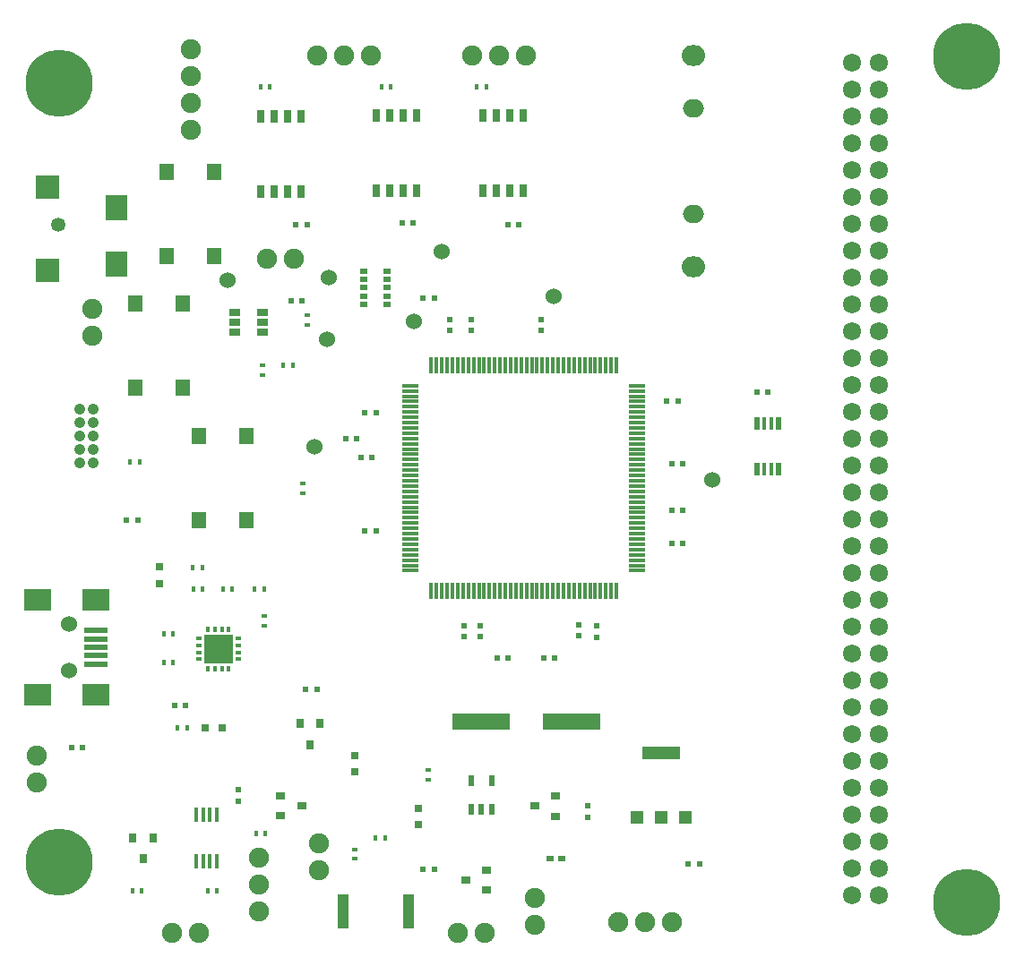
<source format=gbr>
G04 #@! TF.FileFunction,Soldermask,Top*
%FSLAX46Y46*%
G04 Gerber Fmt 4.6, Leading zero omitted, Abs format (unit mm)*
G04 Created by KiCad (PCBNEW 4.0.4-stable) date Friday, January 26, 2018 'AMt' 12:54:04 AM*
%MOMM*%
%LPD*%
G01*
G04 APERTURE LIST*
%ADD10C,0.100000*%
%ADD11R,0.900000X0.800000*%
%ADD12R,1.400000X1.650000*%
%ADD13R,0.760000X1.200000*%
%ADD14C,1.900000*%
%ADD15C,6.350000*%
%ADD16R,0.600000X0.500000*%
%ADD17R,0.500000X0.600000*%
%ADD18R,0.800000X0.800000*%
%ADD19R,0.800000X0.600000*%
%ADD20C,1.720000*%
%ADD21C,1.524000*%
%ADD22R,2.500000X2.000000*%
%ADD23R,2.300000X0.500000*%
%ADD24R,0.800000X0.900000*%
%ADD25R,0.400000X0.600000*%
%ADD26R,1.000000X3.200000*%
%ADD27R,0.600000X0.400000*%
%ADD28R,0.300000X1.550000*%
%ADD29R,1.550000X0.300000*%
%ADD30R,0.600000X1.050000*%
%ADD31R,1.200000X1.200000*%
%ADD32R,3.600000X1.200000*%
%ADD33R,0.450000X1.450000*%
%ADD34R,0.800000X0.500000*%
%ADD35R,1.000000X0.750000*%
%ADD36R,0.320000X0.570000*%
%ADD37R,0.570000X0.320000*%
%ADD38R,2.720000X2.720000*%
%ADD39R,5.500000X1.500000*%
%ADD40R,0.450000X1.150000*%
%ADD41R,0.600000X1.150000*%
%ADD42R,2.200000X2.300000*%
%ADD43C,1.350000*%
%ADD44R,2.000000X2.400000*%
%ADD45C,1.050000*%
%ADD46O,2.200000X1.950000*%
%ADD47O,2.000000X1.700000*%
G04 APERTURE END LIST*
D10*
D11*
X143500000Y-103000000D03*
X145500000Y-103960000D03*
X145500000Y-102050000D03*
D12*
X122750000Y-61025000D03*
X118250000Y-61025000D03*
X118250000Y-68975000D03*
X122750000Y-68975000D03*
D13*
X125365000Y-37880000D03*
X126635000Y-37880000D03*
X127905000Y-37880000D03*
X124095000Y-37880000D03*
X124095000Y-30800000D03*
X125365000Y-30800000D03*
X126635000Y-30800000D03*
X127905000Y-30800000D03*
D14*
X124000000Y-106000000D03*
X124000000Y-103460000D03*
X124000000Y-100920000D03*
D15*
X190810000Y-105090000D03*
D16*
X129425000Y-85000000D03*
X128375000Y-85000000D03*
D17*
X144875000Y-78950000D03*
X144875000Y-80000000D03*
X155850000Y-78975000D03*
X155850000Y-80025000D03*
X144000000Y-51025000D03*
X144000000Y-49975000D03*
X122000000Y-94475000D03*
X122000000Y-95525000D03*
D16*
X117025000Y-86500000D03*
X115975000Y-86500000D03*
X135025000Y-58800000D03*
X133975000Y-58800000D03*
X134625000Y-63050000D03*
X133575000Y-63050000D03*
D17*
X150600000Y-51025000D03*
X150600000Y-49975000D03*
D16*
X162975000Y-63600000D03*
X164025000Y-63600000D03*
X162975000Y-68000000D03*
X164025000Y-68000000D03*
D17*
X142000000Y-49975000D03*
X142000000Y-51025000D03*
D16*
X162500000Y-57750000D03*
X163550000Y-57750000D03*
X162975000Y-71200000D03*
X164025000Y-71200000D03*
D17*
X154150000Y-79925000D03*
X154150000Y-78875000D03*
X143375000Y-78950000D03*
X143375000Y-80000000D03*
D16*
X135025000Y-70000000D03*
X133975000Y-70000000D03*
X133200000Y-61275000D03*
X132150000Y-61275000D03*
X139475000Y-102000000D03*
X140525000Y-102000000D03*
X165595000Y-101460000D03*
X164545000Y-101460000D03*
D17*
X155000000Y-97050000D03*
X155000000Y-96000000D03*
D16*
X128525000Y-41000000D03*
X127475000Y-41000000D03*
X138525000Y-40900000D03*
X137475000Y-40900000D03*
X148525000Y-41000000D03*
X147475000Y-41000000D03*
X146475000Y-82000000D03*
X147525000Y-82000000D03*
X150875000Y-82000000D03*
X151925000Y-82000000D03*
X139475000Y-48000000D03*
X140525000Y-48000000D03*
X126975000Y-48250000D03*
X128025000Y-48250000D03*
X112525000Y-69000000D03*
X111475000Y-69000000D03*
X107325000Y-90500000D03*
X106275000Y-90500000D03*
D18*
X133000000Y-92800000D03*
X133000000Y-91200000D03*
D19*
X152550000Y-101000000D03*
X151450000Y-101000000D03*
D18*
X139000000Y-97800000D03*
X139000000Y-96200000D03*
X118910572Y-88603643D03*
X120510572Y-88603643D03*
X114600000Y-73400000D03*
X114600000Y-75000000D03*
D20*
X179980000Y-25710000D03*
X179980000Y-28250000D03*
X179980000Y-30790000D03*
X179980000Y-33330000D03*
X179980000Y-35870000D03*
X179980000Y-38410000D03*
X179980000Y-40950000D03*
X179980000Y-43490000D03*
X179980000Y-46030000D03*
X179980000Y-48570000D03*
X179980000Y-51110000D03*
X179980000Y-53650000D03*
X179980000Y-56190000D03*
X179980000Y-58730000D03*
X179980000Y-61270000D03*
X179980000Y-63810000D03*
X179980000Y-66350000D03*
X179980000Y-68890000D03*
X179980000Y-71430000D03*
X179980000Y-73970000D03*
X179980000Y-76510000D03*
X179980000Y-79050000D03*
X179980000Y-81590000D03*
X179980000Y-84130000D03*
X179980000Y-86670000D03*
X179980000Y-89210000D03*
X179980000Y-91750000D03*
X179980000Y-94290000D03*
X179980000Y-96830000D03*
X179980000Y-99370000D03*
X179980000Y-101910000D03*
X179980000Y-104450000D03*
X182520000Y-25710000D03*
X182520000Y-28250000D03*
X182520000Y-30790000D03*
X182520000Y-33330000D03*
X182520000Y-35870000D03*
X182520000Y-38410000D03*
X182520000Y-40950000D03*
X182520000Y-43490000D03*
X182520000Y-46030000D03*
X182520000Y-48570000D03*
X182520000Y-51110000D03*
X182520000Y-53650000D03*
X182520000Y-56190000D03*
X182520000Y-58730000D03*
X182520000Y-61270000D03*
X182520000Y-63810000D03*
X182520000Y-66350000D03*
X182520000Y-68890000D03*
X182520000Y-71430000D03*
X182520000Y-73970000D03*
X182520000Y-76510000D03*
X182520000Y-79050000D03*
X182520000Y-81590000D03*
X182520000Y-84130000D03*
X182520000Y-86670000D03*
X182520000Y-89210000D03*
X182520000Y-91750000D03*
X182520000Y-94290000D03*
X182520000Y-96830000D03*
X182520000Y-99370000D03*
X182520000Y-101910000D03*
X182520000Y-104450000D03*
D14*
X129630000Y-102120000D03*
X129630000Y-99580000D03*
X163000000Y-107000000D03*
X160460000Y-107000000D03*
X157920000Y-107000000D03*
X142760000Y-108010000D03*
X145300000Y-108010000D03*
X118270000Y-108000000D03*
X115730000Y-108000000D03*
D21*
X106000000Y-83200000D03*
X106000000Y-78800000D03*
D22*
X103050000Y-76550000D03*
X103050000Y-85450000D03*
X108550000Y-76550000D03*
X108550000Y-85450000D03*
D23*
X108550000Y-81000000D03*
X108550000Y-80200000D03*
X108550000Y-79400000D03*
X108550000Y-81800000D03*
X108550000Y-82600000D03*
D14*
X117500000Y-29520000D03*
X117500000Y-26980000D03*
X117500000Y-24440000D03*
X117500000Y-32060000D03*
X129460000Y-25000000D03*
X132000000Y-25000000D03*
X134540000Y-25000000D03*
X144120000Y-25000000D03*
X146660000Y-25000000D03*
X149200000Y-25000000D03*
X103000000Y-91230000D03*
X103000000Y-93770000D03*
X108250000Y-51520000D03*
X108250000Y-48980000D03*
D24*
X113000000Y-101000000D03*
X113960000Y-99000000D03*
X112050000Y-99000000D03*
X128780000Y-90200000D03*
X129740000Y-88200000D03*
X127830000Y-88200000D03*
D11*
X150000000Y-96000000D03*
X152000000Y-96960000D03*
X152000000Y-95050000D03*
X128000000Y-96000000D03*
X126000000Y-95040000D03*
X126000000Y-96950000D03*
D25*
X112900000Y-104000000D03*
X112000000Y-104000000D03*
X115850000Y-82400000D03*
X114950000Y-82400000D03*
D26*
X138100000Y-106000000D03*
X131900000Y-106000000D03*
D25*
X120000000Y-104000000D03*
X119100000Y-104000000D03*
D27*
X140000000Y-92600000D03*
X140000000Y-93500000D03*
X133000000Y-101000000D03*
X133000000Y-100100000D03*
D25*
X123675000Y-98600000D03*
X124575000Y-98600000D03*
X135000000Y-99000000D03*
X135900000Y-99000000D03*
X124100000Y-28000000D03*
X125000000Y-28000000D03*
X135550000Y-28000000D03*
X136450000Y-28000000D03*
X144550000Y-28000000D03*
X145450000Y-28000000D03*
D27*
X124310000Y-55220000D03*
X124310000Y-54320000D03*
D25*
X126270000Y-54330000D03*
X127170000Y-54330000D03*
D27*
X128100000Y-66425000D03*
X128100000Y-65525000D03*
D25*
X111800000Y-63500000D03*
X112700000Y-63500000D03*
D27*
X128510000Y-50500000D03*
X128510000Y-49600000D03*
D25*
X115850000Y-79700000D03*
X114950000Y-79700000D03*
D27*
X124500000Y-78050000D03*
X124500000Y-78950000D03*
D25*
X121450000Y-75500000D03*
X120550000Y-75500000D03*
X124450000Y-75500000D03*
X123550000Y-75500000D03*
X118650000Y-75500000D03*
X117750000Y-75500000D03*
X116260572Y-88603643D03*
X117160572Y-88603643D03*
X118600000Y-73500000D03*
X117700000Y-73500000D03*
D12*
X119750000Y-36025000D03*
X115250000Y-36025000D03*
X115250000Y-43975000D03*
X119750000Y-43975000D03*
D28*
X140250000Y-75700000D03*
X140750000Y-75700000D03*
X141250000Y-75700000D03*
X141750000Y-75700000D03*
X142250000Y-75700000D03*
X142750000Y-75700000D03*
X143250000Y-75700000D03*
X143750000Y-75700000D03*
X144250000Y-75700000D03*
X144750000Y-75700000D03*
X145250000Y-75700000D03*
X145750000Y-75700000D03*
X146250000Y-75700000D03*
X146750000Y-75700000D03*
X147250000Y-75700000D03*
X147750000Y-75700000D03*
X148250000Y-75700000D03*
X148750000Y-75700000D03*
X149250000Y-75700000D03*
X149750000Y-75700000D03*
X150250000Y-75700000D03*
X150750000Y-75700000D03*
X151250000Y-75700000D03*
X151750000Y-75700000D03*
X152250000Y-75700000D03*
X152750000Y-75700000D03*
X153250000Y-75700000D03*
X153750000Y-75700000D03*
X154250000Y-75700000D03*
X154750000Y-75700000D03*
X155250000Y-75700000D03*
X155750000Y-75700000D03*
X156250000Y-75700000D03*
X156750000Y-75700000D03*
X157250000Y-75700000D03*
X157750000Y-75700000D03*
D29*
X159700000Y-73750000D03*
X159700000Y-73250000D03*
X159700000Y-72750000D03*
X159700000Y-72250000D03*
X159700000Y-71750000D03*
X159700000Y-71250000D03*
X159700000Y-70750000D03*
X159700000Y-70250000D03*
X159700000Y-69750000D03*
X159700000Y-69250000D03*
X159700000Y-68750000D03*
X159700000Y-68250000D03*
X159700000Y-67750000D03*
X159700000Y-67250000D03*
X159700000Y-66750000D03*
X159700000Y-66250000D03*
X159700000Y-65750000D03*
X159700000Y-65250000D03*
X159700000Y-64750000D03*
X159700000Y-64250000D03*
X159700000Y-63750000D03*
X159700000Y-63250000D03*
X159700000Y-62750000D03*
X159700000Y-62250000D03*
X159700000Y-61750000D03*
X159700000Y-61250000D03*
X159700000Y-60750000D03*
X159700000Y-60250000D03*
X159700000Y-59750000D03*
X159700000Y-59250000D03*
X159700000Y-58750000D03*
X159700000Y-58250000D03*
X159700000Y-57750000D03*
X159700000Y-57250000D03*
X159700000Y-56750000D03*
X159700000Y-56250000D03*
D28*
X157750000Y-54300000D03*
X157250000Y-54300000D03*
X156750000Y-54300000D03*
X156250000Y-54300000D03*
X155750000Y-54300000D03*
X155250000Y-54300000D03*
X154750000Y-54300000D03*
X154250000Y-54300000D03*
X153750000Y-54300000D03*
X153250000Y-54300000D03*
X152750000Y-54300000D03*
X152250000Y-54300000D03*
X151750000Y-54300000D03*
X151250000Y-54300000D03*
X150750000Y-54300000D03*
X150250000Y-54300000D03*
X149750000Y-54300000D03*
X149250000Y-54300000D03*
X148750000Y-54300000D03*
X148250000Y-54300000D03*
X147750000Y-54300000D03*
X147250000Y-54300000D03*
X146750000Y-54300000D03*
X146250000Y-54300000D03*
X145750000Y-54300000D03*
X145250000Y-54300000D03*
X144750000Y-54300000D03*
X144250000Y-54300000D03*
X143750000Y-54300000D03*
X143250000Y-54300000D03*
X142750000Y-54300000D03*
X142250000Y-54300000D03*
X141750000Y-54300000D03*
X141250000Y-54300000D03*
X140750000Y-54300000D03*
X140250000Y-54300000D03*
D29*
X138300000Y-56250000D03*
X138300000Y-56750000D03*
X138300000Y-57250000D03*
X138300000Y-57750000D03*
X138300000Y-58250000D03*
X138300000Y-58750000D03*
X138300000Y-59250000D03*
X138300000Y-59750000D03*
X138300000Y-60250000D03*
X138300000Y-60750000D03*
X138300000Y-61250000D03*
X138300000Y-61750000D03*
X138300000Y-62250000D03*
X138300000Y-62750000D03*
X138300000Y-63250000D03*
X138300000Y-63750000D03*
X138300000Y-64250000D03*
X138300000Y-64750000D03*
X138300000Y-65250000D03*
X138300000Y-65750000D03*
X138300000Y-66250000D03*
X138300000Y-66750000D03*
X138300000Y-67250000D03*
X138300000Y-67750000D03*
X138300000Y-68250000D03*
X138300000Y-68750000D03*
X138300000Y-69250000D03*
X138300000Y-69750000D03*
X138300000Y-70250000D03*
X138300000Y-70750000D03*
X138300000Y-71250000D03*
X138300000Y-71750000D03*
X138300000Y-72250000D03*
X138300000Y-72750000D03*
X138300000Y-73250000D03*
X138300000Y-73750000D03*
D30*
X144050000Y-96350000D03*
X145000000Y-96350000D03*
X145950000Y-96350000D03*
X144050000Y-93650000D03*
X145950000Y-93650000D03*
D31*
X162000000Y-97050000D03*
X159700000Y-97050000D03*
X164300000Y-97050000D03*
D32*
X162000000Y-90950000D03*
D33*
X119325000Y-96800000D03*
X119975000Y-96800000D03*
X118675000Y-96800000D03*
X118025000Y-96800000D03*
X119975000Y-101200000D03*
X119325000Y-101200000D03*
X118675000Y-101200000D03*
X118025000Y-101200000D03*
D13*
X136365000Y-37780000D03*
X137635000Y-37780000D03*
X138905000Y-37780000D03*
X135095000Y-37780000D03*
X135095000Y-30700000D03*
X136365000Y-30700000D03*
X137635000Y-30700000D03*
X138905000Y-30700000D03*
X146365000Y-37780000D03*
X147635000Y-37780000D03*
X148905000Y-37780000D03*
X145095000Y-37780000D03*
X145095000Y-30700000D03*
X146365000Y-30700000D03*
X147635000Y-30700000D03*
X148905000Y-30700000D03*
D34*
X136100000Y-47000000D03*
X133900000Y-47000000D03*
X136100000Y-47800000D03*
X136100000Y-48600000D03*
X136100000Y-46200000D03*
X136100000Y-45400000D03*
X133900000Y-46200000D03*
X133900000Y-45400000D03*
X133900000Y-47800000D03*
X133900000Y-48600000D03*
D35*
X121700000Y-50250000D03*
X121700000Y-49300000D03*
X121700000Y-51200000D03*
X124300000Y-51200000D03*
X124300000Y-50250000D03*
X124300000Y-49300000D03*
D36*
X121125000Y-79275000D03*
X120475000Y-79275000D03*
X119825000Y-79275000D03*
X119175000Y-79275000D03*
D37*
X118275000Y-80175000D03*
X118275000Y-80825000D03*
X118275000Y-81475000D03*
X118275000Y-82125000D03*
D36*
X119175000Y-83025000D03*
X119825000Y-83025000D03*
X120475000Y-83025000D03*
X121125000Y-83025000D03*
D37*
X122025000Y-82125000D03*
X122025000Y-81475000D03*
X122025000Y-80825000D03*
X122025000Y-80175000D03*
D38*
X120150000Y-81150000D03*
D21*
X151825000Y-47800000D03*
X166800000Y-65200000D03*
X141200000Y-43600000D03*
X138600000Y-50200000D03*
X130600000Y-46000000D03*
X129250000Y-62020000D03*
X130410000Y-51900000D03*
X121000000Y-46250000D03*
D39*
X145000000Y-88000000D03*
X153500000Y-88000000D03*
D16*
X171000000Y-56850000D03*
X172050000Y-56850000D03*
D14*
X127270000Y-44250000D03*
X124730000Y-44250000D03*
D12*
X112250000Y-56475000D03*
X116750000Y-56475000D03*
X116750000Y-48525000D03*
X112250000Y-48525000D03*
D40*
X171725000Y-64175000D03*
D41*
X171000000Y-64175000D03*
D40*
X172375000Y-64175000D03*
D41*
X173100000Y-64175000D03*
X171000000Y-59825000D03*
D40*
X171725000Y-59825000D03*
X172375000Y-59825000D03*
D41*
X173100000Y-59825000D03*
D15*
X105080000Y-27620000D03*
X105080000Y-101280000D03*
X190810000Y-25080000D03*
D42*
X104000000Y-37450000D03*
D43*
X105000000Y-41000000D03*
D42*
X104000000Y-45350000D03*
D44*
X110500000Y-44800000D03*
X110500000Y-39400000D03*
D14*
X150000000Y-107270000D03*
X150000000Y-104730000D03*
D45*
X108270000Y-63540000D03*
X108270000Y-62270000D03*
X108270000Y-61000000D03*
X108270000Y-59730000D03*
X108270000Y-58460000D03*
X107000000Y-63540000D03*
X107000000Y-62270000D03*
X107000000Y-61000000D03*
X107000000Y-59730000D03*
X107000000Y-58460000D03*
D46*
X165000000Y-45000000D03*
X165000000Y-25000000D03*
D47*
X165000000Y-40000000D03*
X165000000Y-30000000D03*
M02*

</source>
